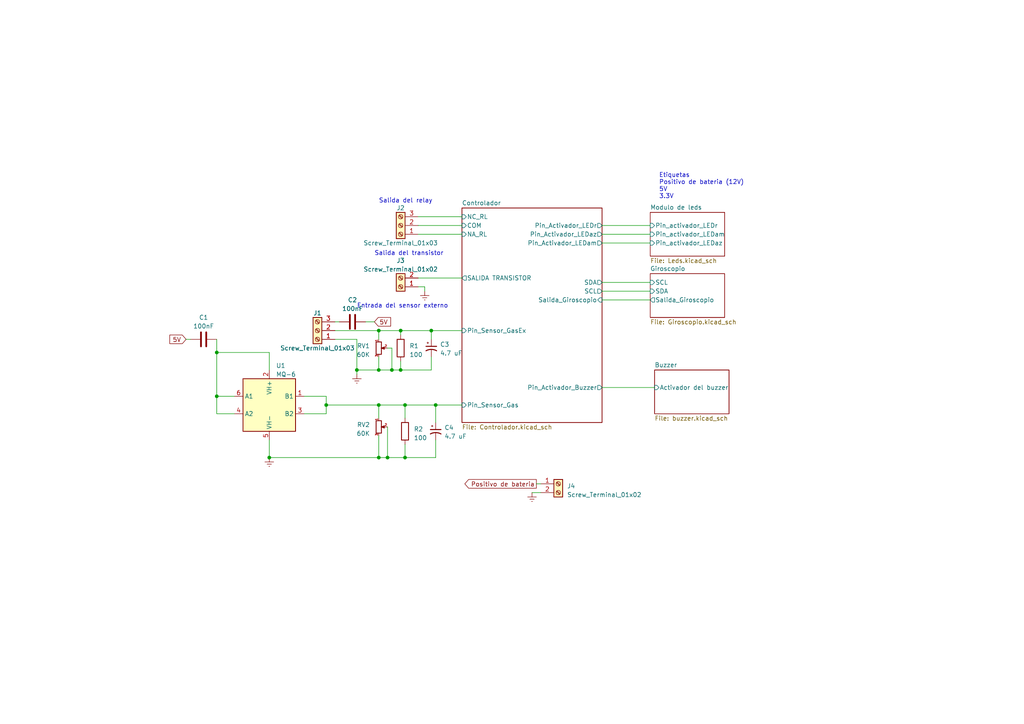
<source format=kicad_sch>
(kicad_sch (version 20230121) (generator eeschema)
  (paper "A4")
  (lib_symbols
    (symbol "Connector:Screw_Terminal_01x02" (pin_names (offset 1.016) hide)
      (property "Reference" "J" (at 0 2.54 0))
      (property "Value" "Screw_Terminal_01x02" (at 0 -5.08 0))
      (symbol "Screw_Terminal_01x02_1_1"
        (rectangle (start -1.27 1.27) (end 1.27 -3.81) (stroke (width 0.254)) (fill (type background)))
        (circle (center 0 -2.54) (radius 0.635) (stroke (width 0.1524)))
        (polyline (pts (xy -0.5334 -2.2098) (xy 0.3302 -3.048)) (stroke (width 0.1524)))
        (polyline (pts (xy -0.5334 0.3302) (xy 0.3302 -0.508)) (stroke (width 0.1524)))
        (polyline (pts (xy -0.3556 -2.032) (xy 0.508 -2.8702)) (stroke (width 0.1524)))
        (polyline (pts (xy -0.3556 0.508) (xy 0.508 -0.3302)) (stroke (width 0.1524)))
        (circle (center 0 0) (radius 0.635) (stroke (width 0.1524)))
        (pin passive line (at -5.08 0 0) (length 3.81) (name "Pin_1") (number "1"))
        (pin passive line (at -5.08 -2.54 0) (length 3.81) (name "Pin_2") (number "2"))
      )
    )
    (symbol "Connector:Screw_Terminal_01x03" (pin_names (offset 1.016) hide)
      (property "Reference" "J" (at 0 5.08 0))
      (property "Value" "Screw_Terminal_01x03" (at 0 -5.08 0))
      (symbol "Screw_Terminal_01x03_1_1"
        (rectangle (start -1.27 3.81) (end 1.27 -3.81) (stroke (width 0.254)) (fill (type background)))
        (circle (center 0 -2.54) (radius 0.635) (stroke (width 0.1524)))
        (polyline (pts (xy -0.5334 -2.2098) (xy 0.3302 -3.048)) (stroke (width 0.1524)))
        (polyline (pts (xy -0.5334 0.3302) (xy 0.3302 -0.508)) (stroke (width 0.1524)))
        (polyline (pts (xy -0.5334 2.8702) (xy 0.3302 2.032)) (stroke (width 0.1524)))
        (polyline (pts (xy -0.3556 -2.032) (xy 0.508 -2.8702)) (stroke (width 0.1524)))
        (polyline (pts (xy -0.3556 0.508) (xy 0.508 -0.3302)) (stroke (width 0.1524)))
        (polyline (pts (xy -0.3556 3.048) (xy 0.508 2.2098)) (stroke (width 0.1524)))
        (circle (center 0 0) (radius 0.635) (stroke (width 0.1524)))
        (circle (center 0 2.54) (radius 0.635) (stroke (width 0.1524)))
        (pin passive line (at -5.08 2.54 0) (length 3.81) (name "Pin_1") (number "1"))
        (pin passive line (at -5.08 0 0) (length 3.81) (name "Pin_2") (number "2"))
        (pin passive line (at -5.08 -2.54 0) (length 3.81) (name "Pin_3") (number "3"))
      )
    )
    (symbol "Device:C" (pin_numbers hide) (pin_names (offset 0.254))
      (property "Reference" "C" (at 0.635 2.54 0))
      (property "Value" "C" (at 0.635 -2.54 0))
      (symbol "C_0_1"
        (polyline (pts (xy -2.032 -0.762) (xy 2.032 -0.762)) (stroke (width 0.508)))
        (polyline (pts (xy -2.032 0.762) (xy 2.032 0.762)) (stroke (width 0.508)))
      )
      (symbol "C_1_1"
        (pin passive line (at 0 3.81 270) (length 2.794) (name "~") (number "1"))
        (pin passive line (at 0 -3.81 90) (length 2.794) (name "~") (number "2"))
      )
    )
    (symbol "Device:C_Polarized_Small_US" (pin_numbers hide) (pin_names (offset 0.254) hide)
      (property "Reference" "C" (at 0.254 1.778 0))
      (property "Value" "C_Polarized_Small_US" (at 0.254 -2.032 0))
      (symbol "C_Polarized_Small_US_0_1"
        (polyline (pts (xy -1.524 0.508) (xy 1.524 0.508)) (stroke (width 0.3048)))
        (polyline (pts (xy -1.27 1.524) (xy -0.762 1.524)))
        (polyline (pts (xy -1.016 1.27) (xy -1.016 1.778)))
        (arc (start 1.524 -0.762) (mid 0 -0.3734) (end -1.524 -0.762) (stroke (width 0.3048)))
      )
      (symbol "C_Polarized_Small_US_1_1"
        (pin passive line (at 0 2.54 270) (length 2.032) (name "~") (number "1"))
        (pin passive line (at 0 -2.54 90) (length 2.032) (name "~") (number "2"))
      )
    )
    (symbol "Device:R" (pin_numbers hide) (pin_names (offset 0))
      (property "Reference" "R" (at 2.032 0 90))
      (property "Value" "R" (at 0 0 90))
      (symbol "R_0_1"
        (rectangle (start -1.016 -2.54) (end 1.016 2.54) (stroke (width 0.254)))
      )
      (symbol "R_1_1"
        (pin passive line (at 0 3.81 270) (length 1.27) (name "~") (number "1"))
        (pin passive line (at 0 -3.81 90) (length 1.27) (name "~") (number "2"))
      )
    )
    (symbol "Device:R_Potentiometer_Small" (pin_names (offset 1.016) hide)
      (property "Reference" "RV" (at -4.445 0 90))
      (property "Value" "R_Potentiometer_Small" (at -2.54 0 90))
      (symbol "R_Potentiometer_Small_0_1"
        (polyline (pts (xy 0.889 0) (xy 0.635 0) (xy 1.651 0.381) (xy 1.651 -0.381) (xy 0.635 0) (xy 0.889 0)) (fill (type outline)))
        (rectangle (start 0.762 1.8034) (end -0.762 -1.8034) (stroke (width 0.254)))
      )
      (symbol "R_Potentiometer_Small_1_1"
        (pin passive line (at 0 2.54 270) (length 0.635) (name "1") (number "1"))
        (pin passive line (at 2.54 0 180) (length 0.9906) (name "2") (number "2"))
        (pin passive line (at 0 -2.54 90) (length 0.635) (name "3") (number "3"))
      )
    )
    (symbol "Sensor_Gas:MQ-6"
      (property "Reference" "U" (at -6.35 8.89 0))
      (property "Value" "MQ-6" (at 3.81 8.89 0))
      (symbol "MQ-6_0_1"
        (rectangle (start -7.62 7.62) (end 7.62 -7.62) (stroke (width 0.254)) (fill (type background)))
      )
      (symbol "MQ-6_1_1"
        (pin passive line (at 10.16 2.54 180) (length 2.54) (name "B1") (number "1"))
        (pin power_in line (at 0 10.16 270) (length 2.54) (name "VH+") (number "2"))
        (pin passive line (at 10.16 -2.54 180) (length 2.54) (name "B2") (number "3"))
        (pin passive line (at -10.16 -2.54 0) (length 2.54) (name "A2") (number "4"))
        (pin power_in line (at 0 -10.16 90) (length 2.54) (name "VH-") (number "5"))
        (pin passive line (at -10.16 2.54 0) (length 2.54) (name "A1") (number "6"))
      )
    )
    (symbol "power:Earth" (power) (pin_names (offset 0))
      (symbol "Earth_0_1"
        (polyline (pts (xy -0.635 -1.905) (xy 0.635 -1.905)))
        (polyline (pts (xy -0.127 -2.54) (xy 0.127 -2.54)))
        (polyline (pts (xy 0 -1.27) (xy 0 0)))
        (polyline (pts (xy 1.27 -1.27) (xy -1.27 -1.27)))
      )
      (symbol "Earth_1_1"
        (pin power_in line (at 0 0 270) (length 0) hide (name "Earth") (number "1"))
      )
    )
  )
  (junction (at 125.095 95.885))
  (junction (at 62.865 102.235))
  (junction (at 109.855 117.475))
  (junction (at 62.865 114.935))
  (junction (at 116.205 107.315))
  (junction (at 109.855 95.885))
  (junction (at 109.855 132.715))
  (junction (at 78.105 132.715))
  (junction (at 94.615 117.475))
  (junction (at 117.475 117.475))
  (junction (at 116.205 95.885))
  (junction (at 113.665 107.315))
  (junction (at 126.365 117.475))
  (junction (at 117.475 132.715))
  (junction (at 103.505 107.315))
  (junction (at 112.395 132.715))
  (junction (at 109.855 107.315))
  (wire (pts (xy 109.855 95.885) (xy 116.205 95.885)))
  (wire (pts (xy 113.665 100.965) (xy 113.665 107.315)))
  (wire (pts (xy 154.305 142.875) (xy 156.845 142.875)))
  (wire (pts (xy 62.865 114.935) (xy 62.865 120.015)))
  (wire (pts (xy 78.105 132.715) (xy 78.105 127.635)))
  (wire (pts (xy 125.095 107.315) (xy 116.205 107.315)))
  (wire (pts (xy 125.095 103.505) (xy 125.095 107.315)))
  (wire (pts (xy 174.625 84.455) (xy 188.595 84.455)))
  (wire (pts (xy 109.855 107.315) (xy 103.505 107.315)))
  (wire (pts (xy 112.395 132.715) (xy 117.475 132.715)))
  (wire (pts (xy 78.105 132.715) (xy 109.855 132.715)))
  (wire (pts (xy 117.475 121.285) (xy 117.475 117.475)))
  (wire (pts (xy 155.575 140.335) (xy 156.845 140.335)))
  (wire (pts (xy 174.625 86.995) (xy 188.595 86.995)))
  (wire (pts (xy 174.625 65.405) (xy 188.595 65.405)))
  (wire (pts (xy 94.615 117.475) (xy 94.615 120.015)))
  (wire (pts (xy 116.205 107.315) (xy 113.665 107.315)))
  (wire (pts (xy 97.155 93.345) (xy 98.425 93.345)))
  (wire (pts (xy 88.265 114.935) (xy 94.615 114.935)))
  (wire (pts (xy 126.365 117.475) (xy 133.985 117.475)))
  (wire (pts (xy 123.19 84.455) (xy 123.19 83.185)))
  (wire (pts (xy 121.285 80.645) (xy 133.985 80.645)))
  (wire (pts (xy 121.285 83.185) (xy 123.19 83.185)))
  (wire (pts (xy 109.855 117.475) (xy 94.615 117.475)))
  (wire (pts (xy 116.205 95.885) (xy 125.095 95.885)))
  (wire (pts (xy 78.105 107.315) (xy 78.105 102.235)))
  (wire (pts (xy 126.365 122.555) (xy 126.365 117.475)))
  (wire (pts (xy 103.505 98.425) (xy 103.505 107.315)))
  (wire (pts (xy 103.505 98.425) (xy 97.155 98.425)))
  (wire (pts (xy 113.665 107.315) (xy 109.855 107.315)))
  (wire (pts (xy 62.865 98.425) (xy 62.865 102.235)))
  (wire (pts (xy 106.045 93.345) (xy 108.585 93.345)))
  (wire (pts (xy 125.095 95.885) (xy 133.985 95.885)))
  (wire (pts (xy 53.975 98.425) (xy 55.245 98.425)))
  (wire (pts (xy 112.395 123.825) (xy 112.395 132.715)))
  (wire (pts (xy 67.945 114.935) (xy 62.865 114.935)))
  (wire (pts (xy 174.625 81.915) (xy 188.595 81.915)))
  (wire (pts (xy 97.155 95.885) (xy 109.855 95.885)))
  (wire (pts (xy 116.205 95.885) (xy 116.205 97.155)))
  (wire (pts (xy 109.855 95.885) (xy 109.855 98.425)))
  (wire (pts (xy 94.615 120.015) (xy 88.265 120.015)))
  (wire (pts (xy 174.625 70.485) (xy 188.595 70.485)))
  (wire (pts (xy 78.105 102.235) (xy 62.865 102.235)))
  (wire (pts (xy 126.365 127.635) (xy 126.365 132.715)))
  (wire (pts (xy 117.475 117.475) (xy 109.855 117.475)))
  (wire (pts (xy 125.095 95.885) (xy 125.095 98.425)))
  (wire (pts (xy 94.615 114.935) (xy 94.615 117.475)))
  (wire (pts (xy 103.505 107.315) (xy 103.505 108.585)))
  (wire (pts (xy 109.855 117.475) (xy 109.855 121.285)))
  (wire (pts (xy 62.865 102.235) (xy 62.865 114.935)))
  (wire (pts (xy 126.365 117.475) (xy 117.475 117.475)))
  (wire (pts (xy 109.855 126.365) (xy 109.855 132.715)))
  (wire (pts (xy 121.285 67.945) (xy 133.985 67.945)))
  (wire (pts (xy 174.625 112.395) (xy 189.865 112.395)))
  (wire (pts (xy 117.475 128.905) (xy 117.475 132.715)))
  (wire (pts (xy 112.395 132.715) (xy 109.855 132.715)))
  (wire (pts (xy 112.395 100.965) (xy 113.665 100.965)))
  (wire (pts (xy 174.625 67.945) (xy 188.595 67.945)))
  (wire (pts (xy 126.365 132.715) (xy 117.475 132.715)))
  (wire (pts (xy 109.855 103.505) (xy 109.855 107.315)))
  (wire (pts (xy 62.865 120.015) (xy 67.945 120.015)))
  (wire (pts (xy 116.205 104.775) (xy 116.205 107.315)))
  (wire (pts (xy 121.285 62.865) (xy 133.985 62.865)))
  (wire (pts (xy 121.285 65.405) (xy 133.985 65.405)))
  (text "Etiquetas\nPositivo de bateria (12V)\n5V\n3.3V\n" (at 191.135 57.785 0) (effects (font (size 1.27 1.27)) (justify left bottom)))
  (text "Salida del relay" (at 109.855 59.055 0) (effects (font (size 1.27 1.27)) (justify left bottom)))
  (text "Entrada del sensor externo\n" (at 103.505 89.535 0) (effects (font (size 1.27 1.27)) (justify left bottom)))
  (text "Salida del transistor" (at 108.585 74.295 0) (effects (font (size 1.27 1.27)) (justify left bottom)))
  (global_label "5V" (shape input) (at 108.585 93.345 0) (property "Intersheetrefs" "${INTERSHEET_REFS}" (effects hide)))
  (global_label "Positivo de bateria" (shape output) (at 155.575 140.335 180) (property "Intersheetrefs" "${INTERSHEET_REFS}" (effects hide)))
  (global_label "5V" (shape input) (at 53.975 98.425 180) (property "Intersheetrefs" "${INTERSHEET_REFS}" (effects hide)))
  (symbol (lib_id "Device:C_Polarized_Small_US") (at 126.365 125.095 0) (unit 1)
    (property "Reference" "C4" (at 128.905 124.0282 0) (effects (justify left)))
    (property "Value" "4.7 uF" (at 128.905 126.5682 0) (effects (justify left)))
    (property "Footprint" "Capacitor_SMD:CP_Elec_3x5.3" (effects hide))
  )
  (symbol (lib_id "power:Earth") (at 154.305 142.875 0) (unit 1)
    (property "Reference" "#PWR03" (effects hide))
    (property "Value" "Earth" (effects hide))
  )
  (symbol (lib_id "Device:C") (at 59.055 98.425 270) (unit 1)
    (property "Reference" "C1" (at 59.055 92.075 90))
    (property "Value" "100nF" (at 59.055 94.615 90))
    (property "Footprint" "Capacitor_SMD:C_0603_1608Metric_Pad1.08x0.95mm_HandSolder" (effects hide))
  )
  (symbol (lib_id "power:Earth") (at 78.105 132.715 0) (unit 1)
    (property "Reference" "#PWR01" (effects hide))
    (property "Value" "Earth" (effects hide))
  )
  (symbol (lib_id "power:Earth") (at 103.505 108.585 0) (unit 1)
    (property "Reference" "#PWR02" (effects hide))
    (property "Value" "Earth" (effects hide))
  )
  (symbol (lib_id "power:Earth") (at 123.19 84.455 0) (unit 1)
    (property "Reference" "#PWR014" (effects hide))
    (property "Value" "Earth" (effects hide))
  )
  (symbol (lib_id "Sensor_Gas:MQ-6") (at 78.105 117.475 0) (unit 1)
    (property "Reference" "U1" (at 80.0609 106.045 0) (effects (justify left)))
    (property "Value" "MQ-6" (at 80.0609 108.585 0) (effects (justify left)))
    (property "Footprint" "Sensor:MQ-6" (effects hide))
    (property "Datasheet" "https://www.winsen-sensor.com/d/files/semiconductor/mq-6.pdf" (effects hide))
  )
  (symbol (lib_id "Connector:Screw_Terminal_01x03") (at 116.205 65.405 180) (unit 1)
    (property "Reference" "J2" (at 116.205 60.325 0))
    (property "Value" "Screw_Terminal_01x03" (at 116.205 70.485 0))
    (property "Footprint" "TerminalBlock_MetzConnect:TerminalBlock_MetzConnect_Type011_RT05503HBWC_1x03_P5.00mm_Horizontal" (effects hide))
  )
  (symbol (lib_id "Device:R_Potentiometer_Small") (at 109.855 100.965 0) (unit 1)
    (property "Reference" "RV1" (at 107.315 100.33 0) (effects (justify right)))
    (property "Value" "60K" (at 107.315 102.87 0) (effects (justify right)))
    (property "Footprint" "Potentiometer_THT:Potentiometer_ACP_CA6-H2,5_Horizontal" (effects hide))
  )
  (symbol (lib_id "Device:C") (at 102.235 93.345 270) (unit 1)
    (property "Reference" "C2" (at 102.235 86.995 90))
    (property "Value" "100nF" (at 102.235 89.535 90))
    (property "Footprint" "Capacitor_SMD:C_0603_1608Metric_Pad1.08x0.95mm_HandSolder" (effects hide))
  )
  (symbol (lib_id "Device:R") (at 116.205 100.965 0) (unit 1)
    (property "Reference" "R1" (at 118.745 100.33 0) (effects (justify left)))
    (property "Value" "100" (at 118.745 102.87 0) (effects (justify left)))
    (property "Footprint" "Resistor_SMD:R_0603_1608Metric" (effects hide))
  )
  (symbol (lib_id "Device:C_Polarized_Small_US") (at 125.095 100.965 0) (unit 1)
    (property "Reference" "C3" (at 127.635 99.8982 0) (effects (justify left)))
    (property "Value" "4.7 uF" (at 127.635 102.4382 0) (effects (justify left)))
    (property "Footprint" "Capacitor_SMD:CP_Elec_3x5.3" (effects hide))
  )
  (symbol (lib_id "Connector:Screw_Terminal_01x02") (at 161.925 140.335 0) (unit 1)
    (property "Reference" "J4" (at 164.465 140.97 0) (effects (justify left)))
    (property "Value" "Screw_Terminal_01x02" (at 164.465 143.51 0) (effects (justify left)))
    (property "Footprint" "TerminalBlock_MetzConnect:TerminalBlock_MetzConnect_Type011_RT05502HBWC_1x02_P5.00mm_Horizontal" (effects hide))
  )
  (symbol (lib_id "Connector:Screw_Terminal_01x03") (at 92.075 95.885 180) (unit 1)
    (property "Reference" "J1" (at 92.075 90.805 0))
    (property "Value" "Screw_Terminal_01x03" (at 92.075 100.965 0))
    (property "Footprint" "TerminalBlock_MetzConnect:TerminalBlock_MetzConnect_Type011_RT05503HBWC_1x03_P5.00mm_Horizontal" (effects hide))
  )
  (symbol (lib_id "Device:R_Potentiometer_Small") (at 109.855 123.825 0) (unit 1)
    (property "Reference" "RV2" (at 107.315 123.19 0) (effects (justify right)))
    (property "Value" "60K" (at 107.315 125.73 0) (effects (justify right)))
    (property "Footprint" "Potentiometer_THT:Potentiometer_ACP_CA6-H2,5_Horizontal" (effects hide))
  )
  (symbol (lib_id "Device:R") (at 117.475 125.095 0) (unit 1)
    (property "Reference" "R2" (at 120.015 124.46 0) (effects (justify left)))
    (property "Value" "100" (at 120.015 127 0) (effects (justify left)))
    (property "Footprint" "Resistor_SMD:R_0603_1608Metric" (effects hide))
  )
  (symbol (lib_id "Connector:Screw_Terminal_01x02") (at 116.205 83.185 180) (unit 1)
    (property "Reference" "J3" (at 116.205 75.565 0))
    (property "Value" "Screw_Terminal_01x02" (at 116.205 78.105 0))
    (property "Footprint" "TerminalBlock_MetzConnect:TerminalBlock_MetzConnect_Type011_RT05502HBWC_1x02_P5.00mm_Horizontal" (effects hide))
  )
  (sheet (at 189.865 107.315) (size 21.59 12.7) (stroke (width 0.1524))
    (property "Sheetname" "Buzzer" (at 189.865 106.6034 0) (effects (justify left bottom)))
    (property "Sheetfile" "buzzer.kicad_sch" (at 189.865 120.5996 0) (effects (justify left top)))
    (pin "Activador del buzzer" input (at 189.865 112.395 180))
  )
  (sheet (at 133.985 60.325) (size 40.64 62.23) (stroke (width 0.1524))
    (property "Sheetname" "Controlador" (at 133.985 59.6134 0) (effects (justify left bottom)))
    (property "Sheetfile" "Controlador.kicad_sch" (at 133.985 123.1396 0) (effects (justify left top)))
    (pin "SALIDA TRANSISTOR" output (at 133.985 80.645 180))
    (pin "Pin_Sensor_Gas" input (at 133.985 117.475 180))
    (pin "Pin_Activador_Buzzer" output (at 174.625 112.395 0))
    (pin "Pin_Activador_LEDr" output (at 174.625 65.405 0))
    (pin "Pin_Sensor_GasEx" input (at 133.985 95.885 180))
    (pin "Pin_Activador_LEDaz" output (at 174.625 67.945 0))
    (pin "Pin_Activador_LEDam" output (at 174.625 70.485 0))
    (pin "NA_RL" input (at 133.985 67.945 180))
    (pin "SDA" output (at 174.625 81.915 0))
    (pin "SCL" output (at 174.625 84.455 0))
    (pin "Salida_Giroscopio" input (at 174.625 86.995 0))
    (pin "NC_RL" input (at 133.985 62.865 180))
    (pin "COM" input (at 133.985 65.405 180))
  )
  (sheet (at 188.595 61.595) (size 21.59 12.7) (stroke (width 0.1524))
    (property "Sheetname" "Modulo de leds" (at 188.595 60.8834 0) (effects (justify left bottom)))
    (property "Sheetfile" "Leds.kicad_sch" (at 188.595 74.8796 0) (effects (justify left top)))
    (pin "Pin_activador_LEDr" input (at 188.595 65.405 180))
    (pin "Pin_activador_LEDam" input (at 188.595 67.945 180))
    (pin "Pin_activador_LEDaz" input (at 188.595 70.485 180))
  )
  (sheet (at 188.595 79.375) (size 21.59 12.7) (stroke (width 0.1524))
    (property "Sheetname" "Giroscopio" (at 188.595 78.6634 0) (effects (justify left bottom)))
    (property "Sheetfile" "Giroscopio.kicad_sch" (at 188.595 92.6596 0) (effects (justify left top)))
    (pin "SCL" input (at 188.595 81.915 180))
    (pin "SDA" input (at 188.595 84.455 180))
    (pin "Salida_Giroscopio" output (at 188.595 86.995 180))
  )
)
</source>
